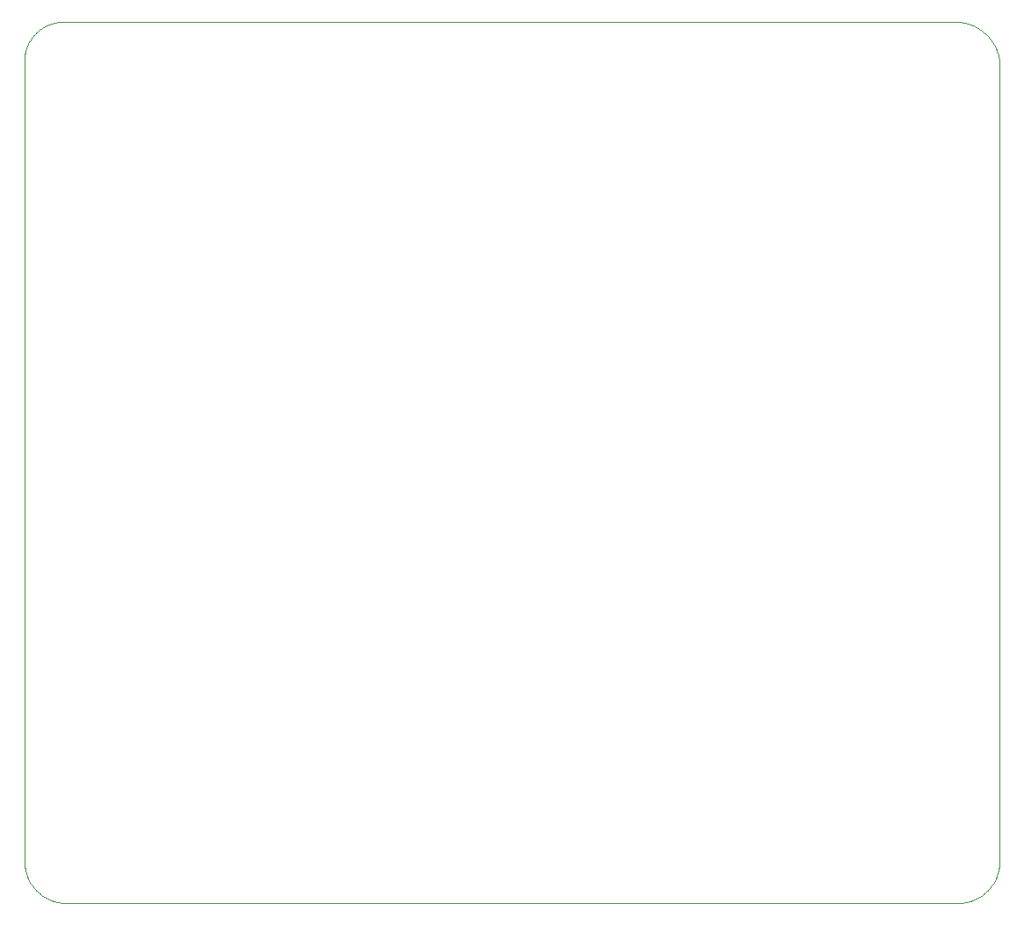
<source format=gbo>
G75*
%MOIN*%
%OFA0B0*%
%FSLAX25Y25*%
%IPPOS*%
%LPD*%
%AMOC8*
5,1,8,0,0,1.08239X$1,22.5*
%
%ADD10C,0.00000*%
D10*
X0064523Y0024622D02*
X0064523Y0327772D01*
X0064503Y0328129D01*
X0064492Y0328486D01*
X0064490Y0328844D01*
X0064497Y0329201D01*
X0064512Y0329559D01*
X0064535Y0329915D01*
X0064568Y0330271D01*
X0064609Y0330627D01*
X0064658Y0330981D01*
X0064716Y0331334D01*
X0064783Y0331685D01*
X0064858Y0332035D01*
X0064941Y0332382D01*
X0065033Y0332728D01*
X0065133Y0333071D01*
X0065242Y0333412D01*
X0065358Y0333750D01*
X0065483Y0334085D01*
X0065616Y0334417D01*
X0065757Y0334746D01*
X0065905Y0335071D01*
X0066062Y0335392D01*
X0066226Y0335710D01*
X0066398Y0336024D01*
X0066577Y0336333D01*
X0066764Y0336638D01*
X0066958Y0336938D01*
X0067159Y0337234D01*
X0067368Y0337524D01*
X0067583Y0337810D01*
X0067805Y0338090D01*
X0068034Y0338365D01*
X0068270Y0338634D01*
X0068512Y0338897D01*
X0068760Y0339154D01*
X0069014Y0339406D01*
X0069274Y0339651D01*
X0069541Y0339890D01*
X0069813Y0340122D01*
X0070090Y0340348D01*
X0070373Y0340566D01*
X0070661Y0340778D01*
X0070954Y0340983D01*
X0071252Y0341181D01*
X0071554Y0341372D01*
X0071861Y0341555D01*
X0072173Y0341731D01*
X0072488Y0341899D01*
X0072808Y0342059D01*
X0073131Y0342212D01*
X0073458Y0342357D01*
X0073788Y0342493D01*
X0074122Y0342622D01*
X0074459Y0342743D01*
X0074798Y0342856D01*
X0075140Y0342960D01*
X0075484Y0343056D01*
X0075831Y0343144D01*
X0076180Y0343223D01*
X0076530Y0343294D01*
X0076882Y0343356D01*
X0077236Y0343410D01*
X0077591Y0343455D01*
X0077946Y0343492D01*
X0078303Y0343520D01*
X0078302Y0343520D02*
X0416885Y0343520D01*
X0416885Y0343519D02*
X0417296Y0343538D01*
X0417707Y0343547D01*
X0418118Y0343546D01*
X0418530Y0343535D01*
X0418940Y0343514D01*
X0419351Y0343482D01*
X0419760Y0343441D01*
X0420168Y0343390D01*
X0420575Y0343328D01*
X0420980Y0343257D01*
X0421383Y0343175D01*
X0421784Y0343084D01*
X0422183Y0342983D01*
X0422579Y0342873D01*
X0422973Y0342752D01*
X0423363Y0342622D01*
X0423750Y0342482D01*
X0424133Y0342333D01*
X0424513Y0342175D01*
X0424888Y0342007D01*
X0425260Y0341830D01*
X0425627Y0341645D01*
X0425989Y0341450D01*
X0426346Y0341246D01*
X0426699Y0341034D01*
X0427046Y0340813D01*
X0427387Y0340583D01*
X0427723Y0340345D01*
X0428053Y0340100D01*
X0428376Y0339846D01*
X0428694Y0339584D01*
X0429004Y0339314D01*
X0429308Y0339037D01*
X0429606Y0338753D01*
X0429896Y0338461D01*
X0430179Y0338163D01*
X0430454Y0337857D01*
X0430722Y0337545D01*
X0430982Y0337226D01*
X0431234Y0336901D01*
X0431479Y0336570D01*
X0431715Y0336233D01*
X0431942Y0335891D01*
X0432161Y0335542D01*
X0432372Y0335189D01*
X0432574Y0334831D01*
X0432767Y0334467D01*
X0432951Y0334099D01*
X0433126Y0333727D01*
X0433291Y0333351D01*
X0433448Y0332970D01*
X0433595Y0332586D01*
X0433732Y0332198D01*
X0433860Y0331807D01*
X0433979Y0331413D01*
X0434088Y0331017D01*
X0434186Y0330617D01*
X0434276Y0330216D01*
X0434355Y0329812D01*
X0434424Y0329407D01*
X0434483Y0328999D01*
X0434533Y0328591D01*
X0434572Y0328182D01*
X0434601Y0327771D01*
X0434602Y0327772D02*
X0434602Y0024622D01*
X0434597Y0024241D01*
X0434584Y0023861D01*
X0434561Y0023481D01*
X0434528Y0023102D01*
X0434487Y0022724D01*
X0434437Y0022347D01*
X0434377Y0021971D01*
X0434309Y0021596D01*
X0434231Y0021224D01*
X0434144Y0020853D01*
X0434049Y0020485D01*
X0433944Y0020119D01*
X0433831Y0019756D01*
X0433709Y0019395D01*
X0433579Y0019038D01*
X0433439Y0018684D01*
X0433292Y0018333D01*
X0433135Y0017986D01*
X0432971Y0017643D01*
X0432798Y0017304D01*
X0432617Y0016969D01*
X0432428Y0016638D01*
X0432231Y0016313D01*
X0432027Y0015992D01*
X0431814Y0015676D01*
X0431594Y0015366D01*
X0431367Y0015060D01*
X0431132Y0014761D01*
X0430890Y0014467D01*
X0430642Y0014179D01*
X0430386Y0013897D01*
X0430123Y0013622D01*
X0429854Y0013353D01*
X0429579Y0013090D01*
X0429297Y0012834D01*
X0429009Y0012586D01*
X0428715Y0012344D01*
X0428416Y0012109D01*
X0428110Y0011882D01*
X0427800Y0011662D01*
X0427484Y0011449D01*
X0427163Y0011245D01*
X0426838Y0011048D01*
X0426507Y0010859D01*
X0426172Y0010678D01*
X0425833Y0010505D01*
X0425490Y0010341D01*
X0425143Y0010184D01*
X0424792Y0010037D01*
X0424438Y0009897D01*
X0424081Y0009767D01*
X0423720Y0009645D01*
X0423357Y0009532D01*
X0422991Y0009427D01*
X0422623Y0009332D01*
X0422252Y0009245D01*
X0421880Y0009167D01*
X0421505Y0009099D01*
X0421129Y0009039D01*
X0420752Y0008989D01*
X0420374Y0008948D01*
X0419995Y0008915D01*
X0419615Y0008892D01*
X0419235Y0008879D01*
X0418854Y0008874D01*
X0080271Y0008874D01*
X0079890Y0008879D01*
X0079510Y0008892D01*
X0079130Y0008915D01*
X0078751Y0008948D01*
X0078373Y0008989D01*
X0077996Y0009039D01*
X0077620Y0009099D01*
X0077245Y0009167D01*
X0076873Y0009245D01*
X0076502Y0009332D01*
X0076134Y0009427D01*
X0075768Y0009532D01*
X0075405Y0009645D01*
X0075044Y0009767D01*
X0074687Y0009897D01*
X0074333Y0010037D01*
X0073982Y0010184D01*
X0073635Y0010341D01*
X0073292Y0010505D01*
X0072953Y0010678D01*
X0072618Y0010859D01*
X0072287Y0011048D01*
X0071962Y0011245D01*
X0071641Y0011449D01*
X0071325Y0011662D01*
X0071015Y0011882D01*
X0070709Y0012109D01*
X0070410Y0012344D01*
X0070116Y0012586D01*
X0069828Y0012834D01*
X0069546Y0013090D01*
X0069271Y0013353D01*
X0069002Y0013622D01*
X0068739Y0013897D01*
X0068483Y0014179D01*
X0068235Y0014467D01*
X0067993Y0014761D01*
X0067758Y0015060D01*
X0067531Y0015366D01*
X0067311Y0015676D01*
X0067098Y0015992D01*
X0066894Y0016313D01*
X0066697Y0016638D01*
X0066508Y0016969D01*
X0066327Y0017304D01*
X0066154Y0017643D01*
X0065990Y0017986D01*
X0065833Y0018333D01*
X0065686Y0018684D01*
X0065546Y0019038D01*
X0065416Y0019395D01*
X0065294Y0019756D01*
X0065181Y0020119D01*
X0065076Y0020485D01*
X0064981Y0020853D01*
X0064894Y0021224D01*
X0064816Y0021596D01*
X0064748Y0021971D01*
X0064688Y0022347D01*
X0064638Y0022724D01*
X0064597Y0023102D01*
X0064564Y0023481D01*
X0064541Y0023861D01*
X0064528Y0024241D01*
X0064523Y0024622D01*
M02*

</source>
